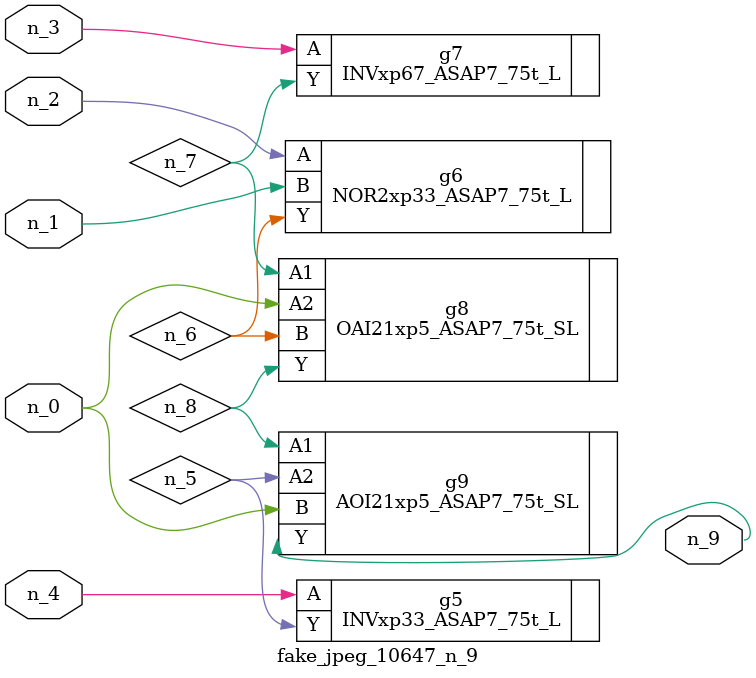
<source format=v>
module fake_jpeg_10647_n_9 (n_3, n_2, n_1, n_0, n_4, n_9);

input n_3;
input n_2;
input n_1;
input n_0;
input n_4;

output n_9;

wire n_8;
wire n_6;
wire n_5;
wire n_7;

INVxp33_ASAP7_75t_L g5 ( 
.A(n_4),
.Y(n_5)
);

NOR2xp33_ASAP7_75t_L g6 ( 
.A(n_2),
.B(n_1),
.Y(n_6)
);

INVxp67_ASAP7_75t_L g7 ( 
.A(n_3),
.Y(n_7)
);

OAI21xp5_ASAP7_75t_SL g8 ( 
.A1(n_7),
.A2(n_0),
.B(n_6),
.Y(n_8)
);

AOI21xp5_ASAP7_75t_SL g9 ( 
.A1(n_8),
.A2(n_5),
.B(n_0),
.Y(n_9)
);


endmodule
</source>
